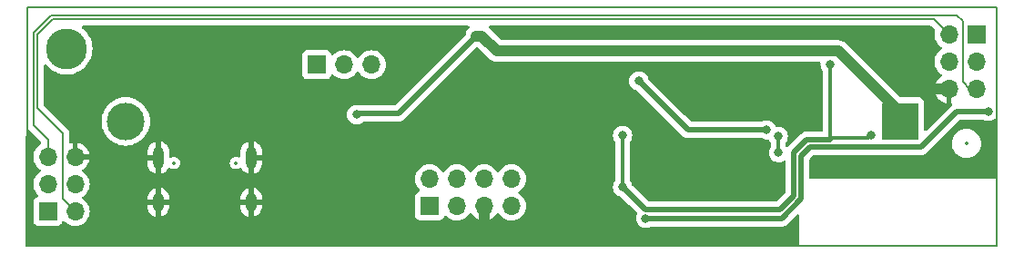
<source format=gbr>
G04 #@! TF.GenerationSoftware,KiCad,Pcbnew,7.0.2-6a45011f42~172~ubuntu22.04.1*
G04 #@! TF.CreationDate,2023-07-06T23:31:07+02:00*
G04 #@! TF.ProjectId,VR-Stick,56522d53-7469-4636-9b2e-6b696361645f,rev?*
G04 #@! TF.SameCoordinates,Original*
G04 #@! TF.FileFunction,Profile,NP*
%FSLAX46Y46*%
G04 Gerber Fmt 4.6, Leading zero omitted, Abs format (unit mm)*
G04 Created by KiCad (PCBNEW 7.0.2-6a45011f42~172~ubuntu22.04.1) date 2023-07-06 23:31:07*
%MOMM*%
%LPD*%
G01*
G04 APERTURE LIST*
G04 #@! TA.AperFunction,Profile*
%ADD10C,0.200000*%
G04 #@! TD*
G04 #@! TA.AperFunction,ComponentPad*
%ADD11R,1.700000X1.700000*%
G04 #@! TD*
G04 #@! TA.AperFunction,ComponentPad*
%ADD12O,1.700000X1.700000*%
G04 #@! TD*
G04 #@! TA.AperFunction,ComponentPad*
%ADD13O,1.000000X2.100000*%
G04 #@! TD*
G04 #@! TA.AperFunction,ComponentPad*
%ADD14O,1.000000X1.800000*%
G04 #@! TD*
G04 #@! TA.AperFunction,ComponentPad*
%ADD15C,2.600000*%
G04 #@! TD*
G04 #@! TA.AperFunction,ConnectorPad*
%ADD16C,3.800000*%
G04 #@! TD*
G04 #@! TA.AperFunction,ComponentPad*
%ADD17R,3.500000X3.500000*%
G04 #@! TD*
G04 #@! TA.AperFunction,ComponentPad*
%ADD18C,3.500000*%
G04 #@! TD*
G04 #@! TA.AperFunction,ViaPad*
%ADD19C,0.800000*%
G04 #@! TD*
G04 #@! TA.AperFunction,Conductor*
%ADD20C,1.000000*%
G04 #@! TD*
G04 #@! TA.AperFunction,Conductor*
%ADD21C,0.500000*%
G04 #@! TD*
G04 #@! TA.AperFunction,Conductor*
%ADD22C,0.320000*%
G04 #@! TD*
G04 #@! TA.AperFunction,Conductor*
%ADD23C,0.200000*%
G04 #@! TD*
%ADD24C,0.350000*%
%ADD25O,0.600000X1.700000*%
%ADD26O,0.600000X1.400000*%
G04 APERTURE END LIST*
D10*
X109220000Y-40044200D02*
X18999200Y-40044200D01*
X19050000Y-19648000D01*
X19050000Y-17743000D01*
X109220000Y-17743000D01*
X109220000Y-40044200D01*
D11*
X45974000Y-23114000D03*
D12*
X48514000Y-23114000D03*
X51054000Y-23114000D03*
D11*
X56464200Y-36310400D03*
D12*
X56464200Y-33770400D03*
X59004200Y-36310400D03*
X59004200Y-33770400D03*
X61544200Y-36310400D03*
X61544200Y-33770400D03*
X64084200Y-36310400D03*
X64084200Y-33770400D03*
D13*
X31240000Y-31783000D03*
D14*
X31240000Y-35963000D03*
D13*
X39880000Y-31783000D03*
D14*
X39880000Y-35963000D03*
D15*
X22707600Y-21629200D03*
D16*
X22707600Y-21629200D03*
D17*
X100203000Y-28411000D03*
D18*
X28203000Y-28411000D03*
D11*
X107315000Y-20283000D03*
D12*
X104775000Y-20283000D03*
X107315000Y-22823000D03*
X104775000Y-22823000D03*
X107315000Y-25363000D03*
X104775000Y-25363000D03*
D11*
X20955000Y-36793000D03*
D12*
X23495000Y-36793000D03*
X20955000Y-34253000D03*
X23495000Y-34253000D03*
X20955000Y-31713000D03*
X23495000Y-31713000D03*
D19*
X92710000Y-32766000D03*
X85598000Y-39116000D03*
X42945657Y-27959657D03*
X96520000Y-32258000D03*
X102285800Y-22797600D03*
X78994000Y-23622000D03*
X90869500Y-24321500D03*
X60344250Y-28448000D03*
X74422000Y-29718000D03*
X74422000Y-34544000D03*
X93731122Y-23108878D03*
X97536000Y-29718000D03*
X88900000Y-29796800D03*
X88925400Y-31327500D03*
X108432600Y-27471200D03*
X76573800Y-37464700D03*
X49691312Y-27778688D03*
X60814500Y-20428500D03*
X75930000Y-24638000D03*
X87799429Y-29198400D03*
D20*
X104775000Y-25363000D02*
X103341000Y-25363000D01*
X61544200Y-38277800D02*
X61468000Y-38354000D01*
X61544200Y-36310400D02*
X61544200Y-38277800D01*
X103341000Y-25363000D02*
X103124000Y-25146000D01*
D21*
X91556451Y-30098600D02*
X90347800Y-31307250D01*
D22*
X93726000Y-23114000D02*
X93731122Y-23108878D01*
X97536000Y-29718000D02*
X97282000Y-29972000D01*
D21*
X90347800Y-31307250D02*
X90347800Y-35345200D01*
X89077800Y-36615200D02*
X76493200Y-36615200D01*
D22*
X93726000Y-30098600D02*
X93726000Y-23114000D01*
X74422000Y-29718000D02*
X74422000Y-34544000D01*
D21*
X74422000Y-34544000D02*
X76493200Y-36615200D01*
D22*
X97282000Y-29972000D02*
X93852600Y-29972000D01*
D21*
X90347800Y-35345200D02*
X89077800Y-36615200D01*
D22*
X93852600Y-29972000D02*
X93726000Y-30098600D01*
D21*
X93726000Y-30098600D02*
X91556451Y-30098600D01*
D22*
X88900000Y-31302100D02*
X88925400Y-31327500D01*
X88900000Y-29796800D02*
X88900000Y-31302100D01*
D21*
X91047800Y-31597200D02*
X91047800Y-35635150D01*
X91846400Y-30798600D02*
X91047800Y-31597200D01*
X91047800Y-35635150D02*
X89218250Y-37464700D01*
X108432600Y-27471200D02*
X105511600Y-27471200D01*
X102184200Y-30798600D02*
X91846400Y-30798600D01*
X105511600Y-27471200D02*
X102184200Y-30798600D01*
X89218250Y-37464700D02*
X76573800Y-37464700D01*
D23*
X103370000Y-18878000D02*
X21427086Y-18878000D01*
X20008800Y-27191800D02*
X22345000Y-29528000D01*
X22345000Y-35643000D02*
X23495000Y-36793000D01*
X104775000Y-20283000D02*
X103370000Y-18878000D01*
X22345000Y-29528000D02*
X22345000Y-35643000D01*
X21427086Y-18878000D02*
X20008800Y-20296286D01*
X20008800Y-20296286D02*
X20008800Y-27191800D01*
X21261400Y-18478000D02*
X105460000Y-18478000D01*
X105460000Y-18478000D02*
X106045000Y-19063000D01*
X19608800Y-28752800D02*
X19608800Y-20130600D01*
X20955000Y-30099000D02*
X19608800Y-28752800D01*
X106680000Y-25363000D02*
X107315000Y-25363000D01*
X20955000Y-31713000D02*
X20955000Y-30099000D01*
X106045000Y-19063000D02*
X106045000Y-24728000D01*
X106045000Y-24728000D02*
X106680000Y-25363000D01*
X19608800Y-20130600D02*
X21261400Y-18478000D01*
D20*
X100203000Y-27559000D02*
X100203000Y-28411000D01*
X94488000Y-21844000D02*
X100203000Y-27559000D01*
D21*
X49691312Y-27778688D02*
X49784000Y-27686000D01*
X53557000Y-27686000D02*
X60814500Y-20428500D01*
D20*
X61322500Y-20428500D02*
X62738000Y-21844000D01*
X62738000Y-21844000D02*
X94488000Y-21844000D01*
D21*
X49784000Y-27686000D02*
X53557000Y-27686000D01*
D20*
X60814500Y-20428500D02*
X61322500Y-20428500D01*
D21*
X79740000Y-28448000D02*
X75930000Y-24638000D01*
X87799429Y-29198400D02*
X80506400Y-29198400D01*
X80506400Y-29198400D02*
X79756000Y-28448000D01*
X79756000Y-28448000D02*
X79740000Y-28448000D01*
G04 #@! TA.AperFunction,Conductor*
G36*
X60117359Y-19498185D02*
G01*
X60163114Y-19550989D01*
X60173058Y-19620147D01*
X60144033Y-19683703D01*
X60131096Y-19696580D01*
X60092132Y-19730031D01*
X60085604Y-19735635D01*
X59961051Y-19896542D01*
X59871440Y-20079227D01*
X59820437Y-20276216D01*
X59818314Y-20318077D01*
X59795259Y-20384034D01*
X59782154Y-20399477D01*
X53282451Y-26899181D01*
X53221128Y-26932666D01*
X53194770Y-26935500D01*
X50037802Y-26935500D01*
X49987365Y-26924779D01*
X49977606Y-26920434D01*
X49971111Y-26917542D01*
X49785960Y-26878188D01*
X49785958Y-26878188D01*
X49596666Y-26878188D01*
X49596664Y-26878188D01*
X49411509Y-26917543D01*
X49238581Y-26994536D01*
X49085441Y-27105798D01*
X48958778Y-27246471D01*
X48864132Y-27410403D01*
X48805638Y-27590430D01*
X48785852Y-27778688D01*
X48805638Y-27966945D01*
X48864132Y-28146972D01*
X48958778Y-28310904D01*
X49085441Y-28451577D01*
X49238581Y-28562839D01*
X49411509Y-28639832D01*
X49596664Y-28679188D01*
X49596666Y-28679188D01*
X49785960Y-28679188D01*
X49909395Y-28652950D01*
X49971115Y-28639832D01*
X50144042Y-28562839D01*
X50285338Y-28460181D01*
X50351144Y-28436702D01*
X50358223Y-28436500D01*
X53493294Y-28436500D01*
X53511264Y-28437809D01*
X53515320Y-28438402D01*
X53535023Y-28441289D01*
X53584368Y-28436972D01*
X53595176Y-28436500D01*
X53597100Y-28436500D01*
X53600709Y-28436500D01*
X53631550Y-28432894D01*
X53635031Y-28432539D01*
X53709797Y-28425999D01*
X53709797Y-28425998D01*
X53711052Y-28425889D01*
X53730062Y-28421674D01*
X53731250Y-28421241D01*
X53731255Y-28421241D01*
X53801820Y-28395557D01*
X53805095Y-28394419D01*
X53876334Y-28370814D01*
X53876336Y-28370812D01*
X53877536Y-28370415D01*
X53895063Y-28361929D01*
X53896112Y-28361238D01*
X53896117Y-28361237D01*
X53958806Y-28320005D01*
X53961798Y-28318099D01*
X54025656Y-28278712D01*
X54025656Y-28278711D01*
X54026729Y-28278050D01*
X54041824Y-28265753D01*
X54042692Y-28264832D01*
X54042696Y-28264830D01*
X54094184Y-28210254D01*
X54096630Y-28207736D01*
X60804044Y-21500323D01*
X60865365Y-21466840D01*
X60935057Y-21471824D01*
X60979404Y-21500325D01*
X62020450Y-22541371D01*
X62022643Y-22543620D01*
X62082940Y-22607052D01*
X62131352Y-22640748D01*
X62138876Y-22646421D01*
X62184594Y-22683699D01*
X62211555Y-22697782D01*
X62224980Y-22705915D01*
X62249951Y-22723295D01*
X62304163Y-22746559D01*
X62312673Y-22750601D01*
X62364951Y-22777909D01*
X62394200Y-22786277D01*
X62408970Y-22791535D01*
X62436942Y-22803540D01*
X62436945Y-22803540D01*
X62436946Y-22803541D01*
X62494726Y-22815414D01*
X62503869Y-22817657D01*
X62560582Y-22833886D01*
X62590920Y-22836196D01*
X62606448Y-22838373D01*
X62636259Y-22844500D01*
X62695244Y-22844500D01*
X62704659Y-22844858D01*
X62708806Y-22845173D01*
X62763476Y-22849337D01*
X62790278Y-22845923D01*
X62793652Y-22845494D01*
X62809317Y-22844500D01*
X92715733Y-22844500D01*
X92782772Y-22864185D01*
X92828527Y-22916989D01*
X92839053Y-22981459D01*
X92829374Y-23073556D01*
X92825662Y-23108877D01*
X92845448Y-23297135D01*
X92903942Y-23477162D01*
X92930593Y-23523322D01*
X92998589Y-23641094D01*
X93033649Y-23680031D01*
X93063879Y-23743022D01*
X93065500Y-23763004D01*
X93065500Y-29224100D01*
X93045815Y-29291139D01*
X92993011Y-29336894D01*
X92941500Y-29348100D01*
X91620157Y-29348100D01*
X91602187Y-29346791D01*
X91588304Y-29344757D01*
X91578428Y-29343311D01*
X91578427Y-29343311D01*
X91529082Y-29347628D01*
X91518275Y-29348100D01*
X91512742Y-29348100D01*
X91509181Y-29348516D01*
X91509166Y-29348517D01*
X91481952Y-29351698D01*
X91478367Y-29352064D01*
X91402412Y-29358709D01*
X91383372Y-29362930D01*
X91311683Y-29389021D01*
X91308282Y-29390203D01*
X91235925Y-29414180D01*
X91218378Y-29422675D01*
X91154672Y-29464575D01*
X91151632Y-29466512D01*
X91086731Y-29506544D01*
X91071616Y-29518856D01*
X91019283Y-29574325D01*
X91016771Y-29576911D01*
X89862162Y-30731519D01*
X89848532Y-30743299D01*
X89829270Y-30757640D01*
X89824830Y-30762932D01*
X89821960Y-30766352D01*
X89763787Y-30805053D01*
X89693927Y-30806160D01*
X89634822Y-30769616D01*
X89592350Y-30722446D01*
X89562120Y-30659455D01*
X89560500Y-30639474D01*
X89560500Y-30456616D01*
X89580185Y-30389577D01*
X89592350Y-30373643D01*
X89593164Y-30372739D01*
X89632533Y-30329016D01*
X89642695Y-30311416D01*
X89727179Y-30165084D01*
X89748651Y-30099000D01*
X89785674Y-29985056D01*
X89805460Y-29796800D01*
X89785674Y-29608544D01*
X89739219Y-29465571D01*
X89727179Y-29428515D01*
X89632533Y-29264583D01*
X89505870Y-29123910D01*
X89352730Y-29012648D01*
X89179802Y-28935655D01*
X88994648Y-28896300D01*
X88994646Y-28896300D01*
X88805354Y-28896300D01*
X88767479Y-28904350D01*
X88697812Y-28899032D01*
X88642079Y-28856895D01*
X88633870Y-28840972D01*
X88633125Y-28841403D01*
X88531962Y-28666183D01*
X88405299Y-28525510D01*
X88252159Y-28414248D01*
X88079231Y-28337255D01*
X87894077Y-28297900D01*
X87894075Y-28297900D01*
X87704783Y-28297900D01*
X87704781Y-28297900D01*
X87519626Y-28337255D01*
X87346700Y-28414247D01*
X87332979Y-28424217D01*
X87267173Y-28447698D01*
X87260092Y-28447900D01*
X80868629Y-28447900D01*
X80801590Y-28428215D01*
X80780948Y-28411581D01*
X80567426Y-28198059D01*
X80331728Y-27962360D01*
X80319946Y-27948727D01*
X80305609Y-27929469D01*
X80267666Y-27897631D01*
X80259691Y-27890323D01*
X80258329Y-27888961D01*
X80255777Y-27886409D01*
X80252947Y-27884171D01*
X80231442Y-27867167D01*
X80228647Y-27864890D01*
X80188569Y-27831261D01*
X80171214Y-27816698D01*
X80171212Y-27816697D01*
X80168222Y-27814188D01*
X80160246Y-27806879D01*
X76842771Y-24489403D01*
X76812521Y-24440040D01*
X76757179Y-24269715D01*
X76662533Y-24105783D01*
X76535870Y-23965110D01*
X76382730Y-23853848D01*
X76209802Y-23776855D01*
X76024648Y-23737500D01*
X76024646Y-23737500D01*
X75835354Y-23737500D01*
X75835352Y-23737500D01*
X75650197Y-23776855D01*
X75477269Y-23853848D01*
X75324129Y-23965110D01*
X75197466Y-24105783D01*
X75102820Y-24269715D01*
X75044326Y-24449742D01*
X75024540Y-24637999D01*
X75044326Y-24826257D01*
X75102820Y-25006284D01*
X75197466Y-25170216D01*
X75324129Y-25310889D01*
X75477269Y-25422151D01*
X75650193Y-25499143D01*
X75650196Y-25499143D01*
X75650197Y-25499144D01*
X75715329Y-25512987D01*
X75776808Y-25546178D01*
X75777228Y-25546596D01*
X79164267Y-28933634D01*
X79176048Y-28947266D01*
X79190389Y-28966529D01*
X79228339Y-28998373D01*
X79236314Y-29005681D01*
X79240224Y-29009591D01*
X79244091Y-29012649D01*
X79264541Y-29028818D01*
X79267304Y-29031069D01*
X79324786Y-29079302D01*
X79327774Y-29081809D01*
X79335749Y-29089117D01*
X79930669Y-29684037D01*
X79942451Y-29697670D01*
X79956790Y-29716931D01*
X79994738Y-29748773D01*
X80002713Y-29756081D01*
X80006623Y-29759991D01*
X80030956Y-29779230D01*
X80033735Y-29781495D01*
X80092152Y-29830513D01*
X80108579Y-29840978D01*
X80177720Y-29873219D01*
X80180967Y-29874791D01*
X80249099Y-29909009D01*
X80267487Y-29915400D01*
X80268723Y-29915655D01*
X80268727Y-29915657D01*
X80342295Y-29930847D01*
X80345642Y-29931589D01*
X80418679Y-29948900D01*
X80418681Y-29948900D01*
X80419909Y-29949191D01*
X80439278Y-29951170D01*
X80440540Y-29951133D01*
X80440544Y-29951134D01*
X80512933Y-29949027D01*
X80515531Y-29948952D01*
X80519137Y-29948900D01*
X87260092Y-29948900D01*
X87327131Y-29968585D01*
X87332979Y-29972583D01*
X87346700Y-29982552D01*
X87519626Y-30059544D01*
X87704781Y-30098900D01*
X87704783Y-30098900D01*
X87894072Y-30098900D01*
X87894075Y-30098900D01*
X87931949Y-30090849D01*
X88001611Y-30096164D01*
X88057346Y-30138299D01*
X88065558Y-30154227D01*
X88066304Y-30153797D01*
X88167464Y-30329013D01*
X88167467Y-30329016D01*
X88197091Y-30361917D01*
X88207650Y-30373643D01*
X88237880Y-30436635D01*
X88239500Y-30456616D01*
X88239500Y-30695893D01*
X88219815Y-30762932D01*
X88207652Y-30778863D01*
X88192866Y-30795284D01*
X88098220Y-30959215D01*
X88039726Y-31139242D01*
X88019940Y-31327500D01*
X88039726Y-31515757D01*
X88098220Y-31695784D01*
X88192866Y-31859716D01*
X88319529Y-32000389D01*
X88472669Y-32111651D01*
X88645597Y-32188644D01*
X88830752Y-32228000D01*
X88830754Y-32228000D01*
X89020048Y-32228000D01*
X89143483Y-32201762D01*
X89205203Y-32188644D01*
X89378130Y-32111651D01*
X89378129Y-32111651D01*
X89400415Y-32095461D01*
X89466221Y-32071981D01*
X89534275Y-32087806D01*
X89582970Y-32137912D01*
X89597300Y-32195779D01*
X89597300Y-34982969D01*
X89577615Y-35050008D01*
X89560981Y-35070650D01*
X88803251Y-35828381D01*
X88741928Y-35861866D01*
X88715570Y-35864700D01*
X76855430Y-35864700D01*
X76788391Y-35845015D01*
X76767749Y-35828381D01*
X75334771Y-34395403D01*
X75304521Y-34346040D01*
X75249179Y-34175715D01*
X75154533Y-34011783D01*
X75114350Y-33967155D01*
X75084120Y-33904163D01*
X75082500Y-33884183D01*
X75082500Y-30377816D01*
X75102185Y-30310777D01*
X75114350Y-30294843D01*
X75154533Y-30250216D01*
X75164478Y-30232992D01*
X75249179Y-30086284D01*
X75274475Y-30008431D01*
X75307674Y-29906256D01*
X75327460Y-29718000D01*
X75307674Y-29529744D01*
X75249179Y-29349716D01*
X75249179Y-29349715D01*
X75154533Y-29185783D01*
X75027870Y-29045110D01*
X74874730Y-28933848D01*
X74701802Y-28856855D01*
X74516648Y-28817500D01*
X74516646Y-28817500D01*
X74327354Y-28817500D01*
X74327352Y-28817500D01*
X74142197Y-28856855D01*
X73969269Y-28933848D01*
X73816129Y-29045110D01*
X73689466Y-29185783D01*
X73594820Y-29349715D01*
X73536326Y-29529742D01*
X73519438Y-29690427D01*
X73516540Y-29718000D01*
X73524167Y-29790570D01*
X73536326Y-29906257D01*
X73594820Y-30086284D01*
X73689464Y-30250213D01*
X73729650Y-30294843D01*
X73759880Y-30357835D01*
X73761500Y-30377816D01*
X73761500Y-33884183D01*
X73741815Y-33951222D01*
X73729650Y-33967155D01*
X73689466Y-34011783D01*
X73594820Y-34175715D01*
X73536326Y-34355742D01*
X73516540Y-34543999D01*
X73536326Y-34732257D01*
X73594820Y-34912284D01*
X73689466Y-35076216D01*
X73816129Y-35216889D01*
X73969269Y-35328151D01*
X74142193Y-35405143D01*
X74142196Y-35405143D01*
X74142197Y-35405144D01*
X74207329Y-35418987D01*
X74268808Y-35452178D01*
X74269228Y-35452596D01*
X75021125Y-36204493D01*
X75740257Y-36923624D01*
X75773742Y-36984947D01*
X75768758Y-37054639D01*
X75759964Y-37073303D01*
X75746621Y-37096414D01*
X75688126Y-37276442D01*
X75668340Y-37464700D01*
X75688126Y-37652957D01*
X75746620Y-37832984D01*
X75841266Y-37996916D01*
X75967929Y-38137589D01*
X76121069Y-38248851D01*
X76293997Y-38325844D01*
X76479152Y-38365200D01*
X76479154Y-38365200D01*
X76668448Y-38365200D01*
X76791883Y-38338962D01*
X76853603Y-38325844D01*
X77026530Y-38248851D01*
X77040249Y-38238883D01*
X77106056Y-38215402D01*
X77113137Y-38215200D01*
X89154544Y-38215200D01*
X89172514Y-38216509D01*
X89176570Y-38217102D01*
X89196273Y-38219989D01*
X89245618Y-38215672D01*
X89256426Y-38215200D01*
X89258350Y-38215200D01*
X89261959Y-38215200D01*
X89292800Y-38211594D01*
X89296281Y-38211239D01*
X89371047Y-38204699D01*
X89371047Y-38204698D01*
X89372302Y-38204589D01*
X89391312Y-38200374D01*
X89392500Y-38199941D01*
X89392505Y-38199941D01*
X89463070Y-38174257D01*
X89466345Y-38173119D01*
X89537584Y-38149514D01*
X89537586Y-38149512D01*
X89538786Y-38149115D01*
X89556313Y-38140629D01*
X89557362Y-38139938D01*
X89557367Y-38139937D01*
X89620056Y-38098705D01*
X89623048Y-38096799D01*
X89686906Y-38057412D01*
X89686906Y-38057411D01*
X89687979Y-38056750D01*
X89703074Y-38044453D01*
X89703942Y-38043532D01*
X89703946Y-38043530D01*
X89755435Y-37988953D01*
X89757881Y-37986435D01*
X90650504Y-37093811D01*
X90711822Y-37060330D01*
X90781513Y-37065314D01*
X90837447Y-37107185D01*
X90861864Y-37172650D01*
X90862154Y-37184041D01*
X90807493Y-39846545D01*
X90786436Y-39913166D01*
X90732704Y-39957828D01*
X90683519Y-39968000D01*
X19148755Y-39968000D01*
X19081716Y-39948315D01*
X19035961Y-39895511D01*
X19024755Y-39843845D01*
X19037897Y-29330334D01*
X19057664Y-29263323D01*
X19110526Y-29217634D01*
X19179696Y-29207777D01*
X19243216Y-29236882D01*
X19249577Y-29242812D01*
X20318181Y-30311416D01*
X20351666Y-30372739D01*
X20354500Y-30399097D01*
X20354500Y-30423909D01*
X20334815Y-30490948D01*
X20282907Y-30536290D01*
X20277171Y-30538964D01*
X20083598Y-30674505D01*
X19916505Y-30841598D01*
X19780965Y-31035170D01*
X19681097Y-31249336D01*
X19619936Y-31477592D01*
X19599340Y-31712999D01*
X19619936Y-31948407D01*
X19633865Y-32000389D01*
X19681097Y-32176663D01*
X19780965Y-32390830D01*
X19916505Y-32584401D01*
X20083599Y-32751495D01*
X20269160Y-32881426D01*
X20312783Y-32936002D01*
X20319976Y-33005501D01*
X20288454Y-33067855D01*
X20269159Y-33084575D01*
X20083595Y-33214508D01*
X19916505Y-33381598D01*
X19780965Y-33575170D01*
X19681097Y-33789336D01*
X19619936Y-34017592D01*
X19599340Y-34253000D01*
X19619936Y-34488407D01*
X19648432Y-34594754D01*
X19681097Y-34716663D01*
X19780965Y-34930830D01*
X19916505Y-35124401D01*
X19916508Y-35124404D01*
X20038430Y-35246326D01*
X20071915Y-35307649D01*
X20066931Y-35377341D01*
X20025059Y-35433274D01*
X19994083Y-35450189D01*
X19862669Y-35499204D01*
X19747454Y-35585454D01*
X19661204Y-35700668D01*
X19610909Y-35835516D01*
X19605541Y-35885448D01*
X19604500Y-35895127D01*
X19604500Y-35898448D01*
X19604500Y-35898449D01*
X19604500Y-37687560D01*
X19604500Y-37687578D01*
X19604501Y-37690872D01*
X19604853Y-37694152D01*
X19604854Y-37694159D01*
X19610909Y-37750484D01*
X19636056Y-37817907D01*
X19661204Y-37885331D01*
X19747454Y-38000546D01*
X19862669Y-38086796D01*
X19997517Y-38137091D01*
X20057127Y-38143500D01*
X21852872Y-38143499D01*
X21912483Y-38137091D01*
X22047331Y-38086796D01*
X22162546Y-38000546D01*
X22248796Y-37885331D01*
X22297810Y-37753916D01*
X22339681Y-37697983D01*
X22405146Y-37673566D01*
X22473419Y-37688418D01*
X22501673Y-37709569D01*
X22623599Y-37831495D01*
X22817170Y-37967035D01*
X23031337Y-38066903D01*
X23259591Y-38128062D01*
X23259592Y-38128063D01*
X23494999Y-38148659D01*
X23494999Y-38148658D01*
X23495000Y-38148659D01*
X23730408Y-38128063D01*
X23958663Y-38066903D01*
X24172830Y-37967035D01*
X24366401Y-37831495D01*
X24533495Y-37664401D01*
X24669035Y-37470830D01*
X24768903Y-37256663D01*
X24830063Y-37028408D01*
X24850659Y-36793000D01*
X24830063Y-36557592D01*
X24790669Y-36410570D01*
X30240000Y-36410570D01*
X30240317Y-36416835D01*
X30255419Y-36565339D01*
X30316303Y-36759389D01*
X30415003Y-36937214D01*
X30547479Y-37091531D01*
X30708307Y-37216021D01*
X30890902Y-37305587D01*
X30990000Y-37331244D01*
X30990000Y-36529110D01*
X31014457Y-36568610D01*
X31103962Y-36636201D01*
X31211840Y-36666895D01*
X31323521Y-36656546D01*
X31423922Y-36606552D01*
X31489999Y-36534069D01*
X31490000Y-37336366D01*
X31491947Y-37336068D01*
X31682663Y-37265436D01*
X31855263Y-37157854D01*
X32002669Y-37017733D01*
X32118855Y-36850805D01*
X32199059Y-36663907D01*
X32240000Y-36464688D01*
X32240000Y-36410570D01*
X38880000Y-36410570D01*
X38880317Y-36416835D01*
X38895419Y-36565339D01*
X38956303Y-36759389D01*
X39055003Y-36937214D01*
X39187479Y-37091531D01*
X39348307Y-37216021D01*
X39530902Y-37305587D01*
X39630000Y-37331244D01*
X39630000Y-36529110D01*
X39654457Y-36568610D01*
X39743962Y-36636201D01*
X39851840Y-36666895D01*
X39963521Y-36656546D01*
X40063922Y-36606552D01*
X40130000Y-36534069D01*
X40130000Y-37336366D01*
X40131947Y-37336068D01*
X40322663Y-37265436D01*
X40495263Y-37157854D01*
X40642669Y-37017733D01*
X40758855Y-36850805D01*
X40839059Y-36663907D01*
X40880000Y-36464688D01*
X40880000Y-36213000D01*
X40180000Y-36213000D01*
X40180000Y-35713000D01*
X40880000Y-35713000D01*
X40880000Y-35515429D01*
X40879682Y-35509164D01*
X40864580Y-35360660D01*
X40803696Y-35166610D01*
X40704996Y-34988785D01*
X40572520Y-34834468D01*
X40411692Y-34709978D01*
X40229094Y-34620410D01*
X40130000Y-34594753D01*
X40130000Y-35396889D01*
X40105543Y-35357390D01*
X40016038Y-35289799D01*
X39908160Y-35259105D01*
X39796479Y-35269454D01*
X39696078Y-35319448D01*
X39630000Y-35391930D01*
X39630000Y-34589633D01*
X39628051Y-34589932D01*
X39437336Y-34660564D01*
X39264736Y-34768145D01*
X39117330Y-34908266D01*
X39001144Y-35075194D01*
X38920940Y-35262092D01*
X38880000Y-35461311D01*
X38880000Y-35713000D01*
X39580000Y-35713000D01*
X39580000Y-36213000D01*
X38880000Y-36213000D01*
X38880000Y-36410570D01*
X32240000Y-36410570D01*
X32240000Y-36213000D01*
X31540000Y-36213000D01*
X31540000Y-35713000D01*
X32240000Y-35713000D01*
X32240000Y-35515429D01*
X32239682Y-35509164D01*
X32224580Y-35360660D01*
X32163696Y-35166610D01*
X32064996Y-34988785D01*
X31932520Y-34834468D01*
X31771692Y-34709978D01*
X31589099Y-34620413D01*
X31489999Y-34594754D01*
X31489999Y-35396887D01*
X31465543Y-35357390D01*
X31376038Y-35289799D01*
X31268160Y-35259105D01*
X31156479Y-35269454D01*
X31056078Y-35319448D01*
X30990000Y-35391930D01*
X30990000Y-34589633D01*
X30988051Y-34589932D01*
X30797336Y-34660564D01*
X30624736Y-34768145D01*
X30477330Y-34908266D01*
X30361144Y-35075194D01*
X30280940Y-35262092D01*
X30240000Y-35461311D01*
X30240000Y-35713000D01*
X30940000Y-35713000D01*
X30940000Y-36213000D01*
X30240000Y-36213000D01*
X30240000Y-36410570D01*
X24790669Y-36410570D01*
X24768903Y-36329337D01*
X24669035Y-36115171D01*
X24533495Y-35921599D01*
X24366401Y-35754505D01*
X24180839Y-35624573D01*
X24137216Y-35569998D01*
X24130022Y-35500500D01*
X24161545Y-35438145D01*
X24180837Y-35421428D01*
X24366401Y-35291495D01*
X24533495Y-35124401D01*
X24669035Y-34930830D01*
X24768903Y-34716663D01*
X24830063Y-34488408D01*
X24850659Y-34253000D01*
X24830063Y-34017592D01*
X24768903Y-33789337D01*
X24760072Y-33770400D01*
X55108540Y-33770400D01*
X55129136Y-34005807D01*
X55130738Y-34011784D01*
X55190297Y-34234063D01*
X55290165Y-34448230D01*
X55425705Y-34641801D01*
X55425708Y-34641804D01*
X55547630Y-34763726D01*
X55581115Y-34825049D01*
X55576131Y-34894741D01*
X55534259Y-34950674D01*
X55503283Y-34967589D01*
X55371869Y-35016604D01*
X55256654Y-35102854D01*
X55170404Y-35218068D01*
X55120109Y-35352916D01*
X55119277Y-35360660D01*
X55113700Y-35412527D01*
X55113700Y-35415848D01*
X55113700Y-35415849D01*
X55113700Y-37204960D01*
X55113700Y-37204978D01*
X55113701Y-37208272D01*
X55114053Y-37211552D01*
X55114054Y-37211559D01*
X55120109Y-37267884D01*
X55123301Y-37276442D01*
X55170404Y-37402731D01*
X55256654Y-37517946D01*
X55371869Y-37604196D01*
X55506717Y-37654491D01*
X55566327Y-37660900D01*
X57362072Y-37660899D01*
X57421683Y-37654491D01*
X57556531Y-37604196D01*
X57671746Y-37517946D01*
X57757996Y-37402731D01*
X57807010Y-37271316D01*
X57848881Y-37215383D01*
X57914346Y-37190966D01*
X57982619Y-37205818D01*
X58010873Y-37226969D01*
X58132799Y-37348895D01*
X58326370Y-37484435D01*
X58540537Y-37584303D01*
X58768792Y-37645463D01*
X59004200Y-37666059D01*
X59239608Y-37645463D01*
X59467863Y-37584303D01*
X59682030Y-37484435D01*
X59875601Y-37348895D01*
X60042695Y-37181801D01*
X60172932Y-36995803D01*
X60227507Y-36952180D01*
X60297005Y-36944986D01*
X60359360Y-36976509D01*
X60376080Y-36995804D01*
X60506093Y-37181481D01*
X60673118Y-37348506D01*
X60866623Y-37484000D01*
X61080709Y-37583830D01*
X61294200Y-37641034D01*
X61294199Y-36745901D01*
X61401885Y-36795080D01*
X61508437Y-36810400D01*
X61579963Y-36810400D01*
X61686515Y-36795080D01*
X61794200Y-36745901D01*
X61794200Y-37641033D01*
X62007690Y-37583830D01*
X62221776Y-37484000D01*
X62415281Y-37348506D01*
X62582309Y-37181478D01*
X62712319Y-36995805D01*
X62766896Y-36952180D01*
X62836394Y-36944986D01*
X62898749Y-36976509D01*
X62915465Y-36995800D01*
X63045705Y-37181801D01*
X63212799Y-37348895D01*
X63406370Y-37484435D01*
X63620537Y-37584303D01*
X63832259Y-37641033D01*
X63848792Y-37645463D01*
X64084199Y-37666059D01*
X64084199Y-37666058D01*
X64084200Y-37666059D01*
X64319608Y-37645463D01*
X64547863Y-37584303D01*
X64762030Y-37484435D01*
X64955601Y-37348895D01*
X65122695Y-37181801D01*
X65258235Y-36988230D01*
X65358103Y-36774063D01*
X65419263Y-36545808D01*
X65439859Y-36310400D01*
X65419263Y-36074992D01*
X65358103Y-35846737D01*
X65258235Y-35632571D01*
X65122695Y-35438999D01*
X64955601Y-35271905D01*
X64770039Y-35141973D01*
X64726415Y-35087397D01*
X64719223Y-35017898D01*
X64750745Y-34955544D01*
X64770031Y-34938832D01*
X64955601Y-34808895D01*
X65122695Y-34641801D01*
X65258235Y-34448230D01*
X65358103Y-34234063D01*
X65419263Y-34005808D01*
X65439859Y-33770400D01*
X65419263Y-33534992D01*
X65358103Y-33306737D01*
X65258235Y-33092571D01*
X65122695Y-32898999D01*
X64955601Y-32731905D01*
X64762030Y-32596365D01*
X64547863Y-32496497D01*
X64486701Y-32480109D01*
X64319607Y-32435336D01*
X64084199Y-32414740D01*
X63848792Y-32435336D01*
X63620536Y-32496497D01*
X63406370Y-32596365D01*
X63212798Y-32731905D01*
X63045705Y-32898998D01*
X62915775Y-33084559D01*
X62861198Y-33128184D01*
X62791700Y-33135378D01*
X62729345Y-33103855D01*
X62712625Y-33084559D01*
X62625543Y-32960193D01*
X62582695Y-32898999D01*
X62415601Y-32731905D01*
X62222030Y-32596365D01*
X62007863Y-32496497D01*
X61946702Y-32480109D01*
X61779607Y-32435336D01*
X61544200Y-32414740D01*
X61308792Y-32435336D01*
X61080536Y-32496497D01*
X60866370Y-32596365D01*
X60672798Y-32731905D01*
X60505705Y-32898998D01*
X60375775Y-33084559D01*
X60321198Y-33128184D01*
X60251700Y-33135378D01*
X60189345Y-33103855D01*
X60172625Y-33084559D01*
X60085543Y-32960193D01*
X60042695Y-32898999D01*
X59875601Y-32731905D01*
X59682030Y-32596365D01*
X59467863Y-32496497D01*
X59406702Y-32480109D01*
X59239607Y-32435336D01*
X59004199Y-32414740D01*
X58768792Y-32435336D01*
X58540536Y-32496497D01*
X58326370Y-32596365D01*
X58132798Y-32731905D01*
X57965705Y-32898998D01*
X57835775Y-33084559D01*
X57781198Y-33128184D01*
X57711700Y-33135378D01*
X57649345Y-33103855D01*
X57632625Y-33084559D01*
X57545543Y-32960193D01*
X57502695Y-32898999D01*
X57335601Y-32731905D01*
X57142030Y-32596365D01*
X56927863Y-32496497D01*
X56866701Y-32480109D01*
X56699607Y-32435336D01*
X56464200Y-32414740D01*
X56228792Y-32435336D01*
X56000536Y-32496497D01*
X55786370Y-32596365D01*
X55592798Y-32731905D01*
X55425705Y-32898998D01*
X55290165Y-33092570D01*
X55190297Y-33306736D01*
X55129136Y-33534992D01*
X55108540Y-33770400D01*
X24760072Y-33770400D01*
X24669035Y-33575171D01*
X24533495Y-33381599D01*
X24366401Y-33214505D01*
X24180402Y-33084267D01*
X24136780Y-33029692D01*
X24129587Y-32960193D01*
X24161109Y-32897839D01*
X24180405Y-32881119D01*
X24366078Y-32751109D01*
X24533106Y-32584081D01*
X24668600Y-32390576D01*
X24673266Y-32380570D01*
X30240000Y-32380570D01*
X30240317Y-32386835D01*
X30255419Y-32535339D01*
X30316303Y-32729389D01*
X30415003Y-32907214D01*
X30547479Y-33061531D01*
X30708307Y-33186021D01*
X30890902Y-33275587D01*
X30990000Y-33301244D01*
X30989999Y-32499110D01*
X31014457Y-32538610D01*
X31103962Y-32606201D01*
X31211840Y-32636895D01*
X31323521Y-32626546D01*
X31423922Y-32576552D01*
X31490000Y-32504069D01*
X31490000Y-33306366D01*
X31491947Y-33306068D01*
X31682663Y-33235436D01*
X31855263Y-33127854D01*
X32002669Y-32987733D01*
X32118856Y-32820804D01*
X32131922Y-32790357D01*
X32176448Y-32736513D01*
X32243016Y-32715289D01*
X32310491Y-32733424D01*
X32321353Y-32740875D01*
X32379767Y-32785698D01*
X32519764Y-32843687D01*
X32632280Y-32858500D01*
X32636333Y-32858500D01*
X32703667Y-32858500D01*
X32707720Y-32858500D01*
X32820236Y-32843687D01*
X32960233Y-32785698D01*
X33080451Y-32693451D01*
X33172698Y-32573233D01*
X33230687Y-32433236D01*
X33250466Y-32283000D01*
X33250466Y-32282999D01*
X37869533Y-32282999D01*
X37889312Y-32433235D01*
X37947301Y-32573231D01*
X37947302Y-32573233D01*
X38039549Y-32693451D01*
X38159767Y-32785698D01*
X38299764Y-32843687D01*
X38412280Y-32858500D01*
X38416333Y-32858500D01*
X38483667Y-32858500D01*
X38487720Y-32858500D01*
X38600236Y-32843687D01*
X38740233Y-32785698D01*
X38799579Y-32740159D01*
X38864745Y-32714966D01*
X38933190Y-32729004D01*
X38983181Y-32777817D01*
X38983483Y-32778359D01*
X39055003Y-32907214D01*
X39187479Y-33061531D01*
X39348307Y-33186021D01*
X39530902Y-33275587D01*
X39630000Y-33301244D01*
X39630000Y-32499110D01*
X39654457Y-32538610D01*
X39743962Y-32606201D01*
X39851840Y-32636895D01*
X39963521Y-32626546D01*
X40063922Y-32576552D01*
X40130000Y-32504069D01*
X40130000Y-33306366D01*
X40131947Y-33306068D01*
X40322663Y-33235436D01*
X40495263Y-33127854D01*
X40642669Y-32987733D01*
X40758855Y-32820805D01*
X40839059Y-32633907D01*
X40880000Y-32434688D01*
X40880000Y-32033000D01*
X40180000Y-32033000D01*
X40180000Y-31533000D01*
X40880000Y-31533000D01*
X40880000Y-31185429D01*
X40879682Y-31179164D01*
X40864580Y-31030660D01*
X40803696Y-30836610D01*
X40704996Y-30658785D01*
X40572520Y-30504468D01*
X40411692Y-30379978D01*
X40229094Y-30290410D01*
X40130000Y-30264753D01*
X40130000Y-31066889D01*
X40105543Y-31027390D01*
X40016038Y-30959799D01*
X39908160Y-30929105D01*
X39796479Y-30939454D01*
X39696078Y-30989448D01*
X39630000Y-31061930D01*
X39630000Y-30259633D01*
X39628051Y-30259932D01*
X39437336Y-30330564D01*
X39264736Y-30438145D01*
X39117330Y-30578266D01*
X39001144Y-30745194D01*
X38920940Y-30932092D01*
X38880000Y-31131311D01*
X38880000Y-31652616D01*
X38860315Y-31719655D01*
X38807511Y-31765410D01*
X38738353Y-31775354D01*
X38708547Y-31767177D01*
X38651074Y-31743371D01*
X38600236Y-31722313D01*
X38529489Y-31712999D01*
X38491739Y-31708029D01*
X38491737Y-31708028D01*
X38487720Y-31707500D01*
X38412280Y-31707500D01*
X38408263Y-31708028D01*
X38408260Y-31708029D01*
X38299764Y-31722313D01*
X38159768Y-31780301D01*
X38039549Y-31872549D01*
X37947301Y-31992768D01*
X37889312Y-32132764D01*
X37869533Y-32282999D01*
X33250466Y-32282999D01*
X33230687Y-32132764D01*
X33172698Y-31992767D01*
X33080451Y-31872549D01*
X32960233Y-31780302D01*
X32946578Y-31774646D01*
X32871074Y-31743371D01*
X32820236Y-31722313D01*
X32749489Y-31712999D01*
X32711739Y-31708029D01*
X32711737Y-31708028D01*
X32707720Y-31707500D01*
X32632280Y-31707500D01*
X32628263Y-31708028D01*
X32628260Y-31708029D01*
X32519762Y-31722313D01*
X32411451Y-31767177D01*
X32341982Y-31774646D01*
X32279503Y-31743371D01*
X32243851Y-31683282D01*
X32239999Y-31652616D01*
X32239999Y-31185429D01*
X32239682Y-31179164D01*
X32224580Y-31030660D01*
X32163696Y-30836610D01*
X32064996Y-30658785D01*
X31932520Y-30504468D01*
X31771692Y-30379978D01*
X31589094Y-30290410D01*
X31490000Y-30264753D01*
X31489999Y-31066889D01*
X31465543Y-31027390D01*
X31376038Y-30959799D01*
X31268160Y-30929105D01*
X31156479Y-30939454D01*
X31056078Y-30989448D01*
X30989999Y-31061931D01*
X30989999Y-30259633D01*
X30988051Y-30259932D01*
X30797336Y-30330564D01*
X30624736Y-30438145D01*
X30477330Y-30578266D01*
X30361144Y-30745194D01*
X30280940Y-30932092D01*
X30240000Y-31131311D01*
X30240000Y-31533000D01*
X30940000Y-31533000D01*
X30940000Y-32033000D01*
X30240000Y-32033000D01*
X30240000Y-32380570D01*
X24673266Y-32380570D01*
X24768430Y-32176492D01*
X24825636Y-31963000D01*
X23928686Y-31963000D01*
X23954493Y-31922844D01*
X23995000Y-31784889D01*
X23995000Y-31641111D01*
X23954493Y-31503156D01*
X23928686Y-31463000D01*
X24825636Y-31463000D01*
X24825635Y-31462999D01*
X24768430Y-31249507D01*
X24668599Y-31035421D01*
X24533109Y-30841921D01*
X24366081Y-30674893D01*
X24172576Y-30539399D01*
X23958492Y-30439569D01*
X23745000Y-30382364D01*
X23745000Y-31277498D01*
X23637315Y-31228320D01*
X23530763Y-31213000D01*
X23459237Y-31213000D01*
X23352685Y-31228320D01*
X23245000Y-31277498D01*
X23245000Y-30382364D01*
X23244999Y-30382364D01*
X23101594Y-30420790D01*
X23031744Y-30419127D01*
X22973881Y-30379965D01*
X22946377Y-30315736D01*
X22945500Y-30301015D01*
X22945500Y-29575487D01*
X22946561Y-29559301D01*
X22950682Y-29527999D01*
X22942332Y-29464575D01*
X22930044Y-29371238D01*
X22869536Y-29225159D01*
X22845816Y-29194247D01*
X22773282Y-29099718D01*
X22759466Y-29089117D01*
X22748229Y-29080494D01*
X22736034Y-29069799D01*
X22077235Y-28411000D01*
X25947671Y-28411000D01*
X25947937Y-28415058D01*
X25962669Y-28639832D01*
X25966966Y-28705380D01*
X25967757Y-28709361D01*
X25967758Y-28709362D01*
X26023726Y-28990738D01*
X26023728Y-28990745D01*
X26024519Y-28994722D01*
X26025819Y-28998553D01*
X26025823Y-28998566D01*
X26118042Y-29270230D01*
X26119348Y-29274077D01*
X26121141Y-29277713D01*
X26121144Y-29277720D01*
X26248032Y-29535025D01*
X26248038Y-29535036D01*
X26249828Y-29538665D01*
X26252079Y-29542034D01*
X26252082Y-29542039D01*
X26397713Y-29759991D01*
X26413727Y-29783957D01*
X26608242Y-30005758D01*
X26830043Y-30200273D01*
X27075335Y-30364172D01*
X27078968Y-30365963D01*
X27078974Y-30365967D01*
X27228225Y-30439569D01*
X27339923Y-30494652D01*
X27539992Y-30562566D01*
X27615433Y-30588176D01*
X27615435Y-30588176D01*
X27619278Y-30589481D01*
X27908620Y-30647034D01*
X28203000Y-30666329D01*
X28497380Y-30647034D01*
X28786722Y-30589481D01*
X29066077Y-30494652D01*
X29330665Y-30364172D01*
X29575957Y-30200273D01*
X29797758Y-30005758D01*
X29992273Y-29783957D01*
X30156172Y-29538665D01*
X30286652Y-29274077D01*
X30381481Y-28994722D01*
X30439034Y-28705380D01*
X30458329Y-28411000D01*
X30439034Y-28116620D01*
X30381481Y-27827278D01*
X30374556Y-27806879D01*
X30354566Y-27747992D01*
X30286652Y-27547923D01*
X30156172Y-27283336D01*
X29992273Y-27038043D01*
X29797758Y-26816242D01*
X29575957Y-26621727D01*
X29473871Y-26553515D01*
X29334039Y-26460082D01*
X29334034Y-26460079D01*
X29330665Y-26457828D01*
X29327036Y-26456038D01*
X29327025Y-26456032D01*
X29069720Y-26329144D01*
X29069713Y-26329141D01*
X29066077Y-26327348D01*
X29062230Y-26326042D01*
X28790566Y-26233823D01*
X28790553Y-26233819D01*
X28786722Y-26232519D01*
X28782745Y-26231728D01*
X28782738Y-26231726D01*
X28501362Y-26175758D01*
X28501361Y-26175757D01*
X28497380Y-26174966D01*
X28493330Y-26174700D01*
X28493326Y-26174700D01*
X28207058Y-26155937D01*
X28203000Y-26155671D01*
X28198942Y-26155937D01*
X27912673Y-26174700D01*
X27912667Y-26174700D01*
X27908620Y-26174966D01*
X27904640Y-26175757D01*
X27904637Y-26175758D01*
X27623261Y-26231726D01*
X27623250Y-26231728D01*
X27619278Y-26232519D01*
X27615449Y-26233818D01*
X27615433Y-26233823D01*
X27343769Y-26326042D01*
X27343762Y-26326044D01*
X27339923Y-26327348D01*
X27336286Y-26329141D01*
X27336280Y-26329144D01*
X27078976Y-26456032D01*
X27078964Y-26456038D01*
X27075336Y-26457828D01*
X27071973Y-26460075D01*
X27071961Y-26460082D01*
X26833424Y-26619467D01*
X26833414Y-26619473D01*
X26830043Y-26621727D01*
X26826992Y-26624402D01*
X26826985Y-26624408D01*
X26611290Y-26813568D01*
X26611282Y-26813575D01*
X26608242Y-26816242D01*
X26605575Y-26819282D01*
X26605568Y-26819290D01*
X26416408Y-27034985D01*
X26416402Y-27034992D01*
X26413727Y-27038043D01*
X26411473Y-27041414D01*
X26411467Y-27041424D01*
X26252082Y-27279961D01*
X26252075Y-27279973D01*
X26249828Y-27283336D01*
X26248038Y-27286964D01*
X26248032Y-27286976D01*
X26121144Y-27544280D01*
X26121141Y-27544286D01*
X26119348Y-27547923D01*
X26118044Y-27551762D01*
X26118042Y-27551769D01*
X26025823Y-27823433D01*
X26025818Y-27823449D01*
X26024519Y-27827278D01*
X26023728Y-27831250D01*
X26023726Y-27831261D01*
X25989483Y-28003416D01*
X25966966Y-28116620D01*
X25966700Y-28120667D01*
X25966700Y-28120673D01*
X25950933Y-28361237D01*
X25947671Y-28411000D01*
X22077235Y-28411000D01*
X20645619Y-26979384D01*
X20612134Y-26918061D01*
X20609300Y-26891703D01*
X20609300Y-23203154D01*
X20628985Y-23136115D01*
X20681789Y-23090360D01*
X20750947Y-23080416D01*
X20814503Y-23109441D01*
X20828843Y-23124112D01*
X20954251Y-23275704D01*
X21174438Y-23482474D01*
X21418805Y-23660016D01*
X21683496Y-23805532D01*
X21964338Y-23916725D01*
X22256902Y-23991842D01*
X22556573Y-24029700D01*
X22560467Y-24029700D01*
X22854733Y-24029700D01*
X22858627Y-24029700D01*
X23025822Y-24008578D01*
X44623500Y-24008578D01*
X44623501Y-24011872D01*
X44623853Y-24015152D01*
X44623854Y-24015159D01*
X44629909Y-24071484D01*
X44637934Y-24093000D01*
X44680204Y-24206331D01*
X44766454Y-24321546D01*
X44881669Y-24407796D01*
X45016517Y-24458091D01*
X45076127Y-24464500D01*
X46871872Y-24464499D01*
X46931483Y-24458091D01*
X47066331Y-24407796D01*
X47181546Y-24321546D01*
X47267796Y-24206331D01*
X47316810Y-24074916D01*
X47358681Y-24018983D01*
X47424146Y-23994566D01*
X47492419Y-24009418D01*
X47520673Y-24030569D01*
X47642599Y-24152495D01*
X47836170Y-24288035D01*
X48050337Y-24387903D01*
X48278592Y-24449063D01*
X48514000Y-24469659D01*
X48749408Y-24449063D01*
X48977663Y-24387903D01*
X49191830Y-24288035D01*
X49385401Y-24152495D01*
X49552495Y-23985401D01*
X49682426Y-23799839D01*
X49737002Y-23756216D01*
X49806500Y-23749022D01*
X49868855Y-23780545D01*
X49885571Y-23799837D01*
X50015505Y-23985401D01*
X50182599Y-24152495D01*
X50376170Y-24288035D01*
X50590337Y-24387903D01*
X50818592Y-24449063D01*
X51054000Y-24469659D01*
X51289408Y-24449063D01*
X51517663Y-24387903D01*
X51731830Y-24288035D01*
X51925401Y-24152495D01*
X52092495Y-23985401D01*
X52228035Y-23791830D01*
X52327903Y-23577663D01*
X52389063Y-23349408D01*
X52409659Y-23114000D01*
X52389063Y-22878592D01*
X52327903Y-22650337D01*
X52228035Y-22436171D01*
X52092495Y-22242599D01*
X51925401Y-22075505D01*
X51731830Y-21939965D01*
X51517663Y-21840097D01*
X51456501Y-21823709D01*
X51289407Y-21778936D01*
X51054000Y-21758340D01*
X50818592Y-21778936D01*
X50590336Y-21840097D01*
X50376170Y-21939965D01*
X50182598Y-22075505D01*
X50015508Y-22242595D01*
X49885574Y-22428160D01*
X49830997Y-22471785D01*
X49761498Y-22478977D01*
X49699144Y-22447455D01*
X49682429Y-22428164D01*
X49552495Y-22242599D01*
X49385401Y-22075505D01*
X49191830Y-21939965D01*
X48977663Y-21840097D01*
X48916502Y-21823709D01*
X48749407Y-21778936D01*
X48514000Y-21758340D01*
X48278592Y-21778936D01*
X48050336Y-21840097D01*
X47836170Y-21939965D01*
X47642601Y-22075503D01*
X47520673Y-22197431D01*
X47459350Y-22230915D01*
X47389658Y-22225931D01*
X47333725Y-22184059D01*
X47316810Y-22153082D01*
X47309658Y-22133907D01*
X47267796Y-22021669D01*
X47181546Y-21906454D01*
X47066331Y-21820204D01*
X46931483Y-21769909D01*
X46871873Y-21763500D01*
X46868550Y-21763500D01*
X45079439Y-21763500D01*
X45079420Y-21763500D01*
X45076128Y-21763501D01*
X45072848Y-21763853D01*
X45072840Y-21763854D01*
X45016515Y-21769909D01*
X44881669Y-21820204D01*
X44766454Y-21906454D01*
X44680204Y-22021668D01*
X44634141Y-22145171D01*
X44629909Y-22156517D01*
X44623500Y-22216127D01*
X44623500Y-22219448D01*
X44623500Y-22219449D01*
X44623500Y-24008560D01*
X44623500Y-24008578D01*
X23025822Y-24008578D01*
X23158298Y-23991842D01*
X23450862Y-23916725D01*
X23731704Y-23805532D01*
X23996395Y-23660016D01*
X24240762Y-23482474D01*
X24460949Y-23275704D01*
X24653485Y-23042968D01*
X24815333Y-22787936D01*
X24943941Y-22514630D01*
X25037281Y-22227360D01*
X25093880Y-21930657D01*
X25112846Y-21629200D01*
X25093880Y-21327743D01*
X25037281Y-21031040D01*
X24943941Y-20743770D01*
X24815333Y-20470464D01*
X24748870Y-20365735D01*
X24655575Y-20218725D01*
X24655573Y-20218722D01*
X24653485Y-20215432D01*
X24460949Y-19982696D01*
X24240762Y-19775926D01*
X24140137Y-19702818D01*
X24097471Y-19647488D01*
X24091492Y-19577875D01*
X24124097Y-19516080D01*
X24184936Y-19481723D01*
X24213022Y-19478500D01*
X60050320Y-19478500D01*
X60117359Y-19498185D01*
G37*
G04 #@! TD.AperFunction*
G04 #@! TA.AperFunction,Conductor*
G36*
X103136942Y-19498185D02*
G01*
X103157584Y-19514819D01*
X103442233Y-19799468D01*
X103475718Y-19860791D01*
X103474327Y-19919242D01*
X103439936Y-20047592D01*
X103419340Y-20283000D01*
X103439936Y-20518407D01*
X103484709Y-20685502D01*
X103501097Y-20746663D01*
X103600965Y-20960830D01*
X103736505Y-21154401D01*
X103903599Y-21321495D01*
X104089160Y-21451426D01*
X104132783Y-21506002D01*
X104139976Y-21575501D01*
X104108454Y-21637855D01*
X104089158Y-21654575D01*
X103911553Y-21778936D01*
X103903595Y-21784508D01*
X103736505Y-21951598D01*
X103600965Y-22145170D01*
X103501097Y-22359336D01*
X103439936Y-22587592D01*
X103419340Y-22822999D01*
X103439936Y-23058407D01*
X103457542Y-23124113D01*
X103501097Y-23286663D01*
X103600965Y-23500830D01*
X103736505Y-23694401D01*
X103903599Y-23861495D01*
X104089596Y-23991732D01*
X104133219Y-24046307D01*
X104140412Y-24115806D01*
X104108890Y-24178160D01*
X104089595Y-24194880D01*
X103903919Y-24324892D01*
X103736890Y-24491921D01*
X103601400Y-24685421D01*
X103501569Y-24899507D01*
X103444364Y-25112999D01*
X103444364Y-25113000D01*
X104341314Y-25113000D01*
X104315507Y-25153156D01*
X104275000Y-25291111D01*
X104275000Y-25434889D01*
X104315507Y-25572844D01*
X104341314Y-25613000D01*
X103444364Y-25613000D01*
X103501569Y-25826492D01*
X103601399Y-26040576D01*
X103736893Y-26234081D01*
X103903918Y-26401106D01*
X104097423Y-26536600D01*
X104311509Y-26636430D01*
X104525000Y-26693634D01*
X104525000Y-25798501D01*
X104632685Y-25847680D01*
X104739237Y-25863000D01*
X104810763Y-25863000D01*
X104917315Y-25847680D01*
X105025000Y-25798501D01*
X105025000Y-26693634D01*
X105026533Y-26694811D01*
X105067736Y-26751238D01*
X105071891Y-26820984D01*
X105037679Y-26881905D01*
X105029770Y-26888271D01*
X104974448Y-26946908D01*
X104971936Y-26949494D01*
X102665180Y-29256250D01*
X102603857Y-29289735D01*
X102534165Y-29284751D01*
X102478232Y-29242879D01*
X102453815Y-29177415D01*
X102453499Y-29168569D01*
X102453499Y-26616439D01*
X102453499Y-26616438D01*
X102453499Y-26613128D01*
X102447091Y-26553517D01*
X102396796Y-26418669D01*
X102310546Y-26303454D01*
X102195331Y-26217204D01*
X102060483Y-26166909D01*
X102000873Y-26160500D01*
X101997551Y-26160500D01*
X100270782Y-26160500D01*
X100203743Y-26140815D01*
X100183101Y-26124181D01*
X95205567Y-21146647D01*
X95203412Y-21144438D01*
X95143059Y-21080947D01*
X95094640Y-21047246D01*
X95087118Y-21041575D01*
X95041405Y-21004300D01*
X95014440Y-20990215D01*
X95001019Y-20982084D01*
X94976049Y-20964705D01*
X94976048Y-20964704D01*
X94976046Y-20964703D01*
X94921845Y-20941443D01*
X94913336Y-20937402D01*
X94861053Y-20910092D01*
X94855126Y-20908396D01*
X94831798Y-20901721D01*
X94817020Y-20896459D01*
X94789058Y-20884460D01*
X94731272Y-20872583D01*
X94722128Y-20870338D01*
X94665421Y-20854113D01*
X94635075Y-20851802D01*
X94619534Y-20849622D01*
X94589742Y-20843500D01*
X94589741Y-20843500D01*
X94530758Y-20843500D01*
X94521344Y-20843142D01*
X94512198Y-20842445D01*
X94462524Y-20838663D01*
X94462523Y-20838663D01*
X94462522Y-20838663D01*
X94432349Y-20842506D01*
X94416683Y-20843500D01*
X63203783Y-20843500D01*
X63136744Y-20823815D01*
X63116102Y-20807181D01*
X62040067Y-19731147D01*
X62037874Y-19728898D01*
X61998933Y-19687932D01*
X61967012Y-19625780D01*
X61973760Y-19556237D01*
X62017035Y-19501382D01*
X62083097Y-19478632D01*
X62088807Y-19478500D01*
X103069903Y-19478500D01*
X103136942Y-19498185D01*
G37*
G04 #@! TD.AperFunction*
G04 #@! TA.AperFunction,Conductor*
G36*
X109156475Y-28147953D02*
G01*
X109205170Y-28198059D01*
X109219500Y-28255926D01*
X109219500Y-33658000D01*
X109199815Y-33725039D01*
X109147011Y-33770794D01*
X109095500Y-33782000D01*
X91922300Y-33782000D01*
X91855261Y-33762315D01*
X91809506Y-33709511D01*
X91798300Y-33658000D01*
X91798300Y-31959429D01*
X91817985Y-31892390D01*
X91834619Y-31871748D01*
X92120949Y-31585419D01*
X92182272Y-31551934D01*
X92208630Y-31549100D01*
X102120494Y-31549100D01*
X102138464Y-31550409D01*
X102142520Y-31551002D01*
X102162223Y-31553889D01*
X102211568Y-31549572D01*
X102222376Y-31549100D01*
X102224300Y-31549100D01*
X102227909Y-31549100D01*
X102258750Y-31545494D01*
X102262231Y-31545139D01*
X102336997Y-31538599D01*
X102336997Y-31538598D01*
X102338252Y-31538489D01*
X102357262Y-31534274D01*
X102358450Y-31533841D01*
X102358455Y-31533841D01*
X102429020Y-31508157D01*
X102432295Y-31507019D01*
X102503534Y-31483414D01*
X102503536Y-31483412D01*
X102504736Y-31483015D01*
X102522263Y-31474529D01*
X102523312Y-31473838D01*
X102523317Y-31473837D01*
X102586006Y-31432605D01*
X102588998Y-31430699D01*
X102652856Y-31391312D01*
X102652856Y-31391311D01*
X102653929Y-31390650D01*
X102669024Y-31378353D01*
X102669892Y-31377432D01*
X102669896Y-31377430D01*
X102721385Y-31322853D01*
X102723831Y-31320335D01*
X103575767Y-30468399D01*
X105044940Y-30468399D01*
X105065536Y-30703807D01*
X105102544Y-30841921D01*
X105126697Y-30932063D01*
X105226565Y-31146229D01*
X105362105Y-31339801D01*
X105529199Y-31506895D01*
X105722771Y-31642435D01*
X105936937Y-31742303D01*
X106165192Y-31803463D01*
X106341634Y-31818900D01*
X106344342Y-31818900D01*
X106456858Y-31818900D01*
X106459566Y-31818900D01*
X106636008Y-31803463D01*
X106864263Y-31742303D01*
X107078429Y-31642435D01*
X107272001Y-31506895D01*
X107439095Y-31339801D01*
X107574635Y-31146230D01*
X107674503Y-30932063D01*
X107735663Y-30703808D01*
X107756259Y-30468400D01*
X107752366Y-30423909D01*
X107735663Y-30232992D01*
X107699760Y-30099000D01*
X107674503Y-30004737D01*
X107574635Y-29790571D01*
X107439095Y-29596999D01*
X107272001Y-29429905D01*
X107078429Y-29294365D01*
X106864263Y-29194497D01*
X106838150Y-29187500D01*
X106636007Y-29133336D01*
X106462267Y-29118136D01*
X106462259Y-29118135D01*
X106459566Y-29117900D01*
X106341634Y-29117900D01*
X106338941Y-29118135D01*
X106338932Y-29118136D01*
X106165192Y-29133336D01*
X105936936Y-29194497D01*
X105722770Y-29294365D01*
X105529198Y-29429905D01*
X105362108Y-29596995D01*
X105362105Y-29596998D01*
X105362105Y-29596999D01*
X105231196Y-29783957D01*
X105226564Y-29790572D01*
X105126697Y-30004737D01*
X105065536Y-30232992D01*
X105044940Y-30468399D01*
X103575767Y-30468399D01*
X105786147Y-28258019D01*
X105847471Y-28224534D01*
X105873829Y-28221700D01*
X107893263Y-28221700D01*
X107960302Y-28241385D01*
X107966150Y-28245383D01*
X107979871Y-28255352D01*
X108152797Y-28332344D01*
X108337952Y-28371700D01*
X108337954Y-28371700D01*
X108527248Y-28371700D01*
X108650683Y-28345462D01*
X108712403Y-28332344D01*
X108885330Y-28255351D01*
X109022615Y-28155607D01*
X109088421Y-28132128D01*
X109156475Y-28147953D01*
G37*
G04 #@! TD.AperFunction*
D24*
X92710000Y-32766000D03*
X85598000Y-39116000D03*
X42945657Y-27959657D03*
X96520000Y-32258000D03*
X102285800Y-22797600D03*
X78994000Y-23622000D03*
X90869500Y-24321500D03*
X60344250Y-28448000D03*
X74422000Y-29718000D03*
X74422000Y-34544000D03*
X93731122Y-23108878D03*
X97536000Y-29718000D03*
X88900000Y-29796800D03*
X88925400Y-31327500D03*
X108432600Y-27471200D03*
X76573800Y-37464700D03*
X49691312Y-27778688D03*
X60814500Y-20428500D03*
X75930000Y-24638000D03*
X87799429Y-29198400D03*
X45974000Y-23114000D03*
X48514000Y-23114000D03*
X51054000Y-23114000D03*
X106400600Y-30468400D03*
X56464200Y-36310400D03*
X56464200Y-33770400D03*
X59004200Y-36310400D03*
X59004200Y-33770400D03*
X61544200Y-36310400D03*
X61544200Y-33770400D03*
X64084200Y-36310400D03*
X64084200Y-33770400D03*
X32670000Y-32283000D03*
X38450000Y-32283000D03*
D25*
X31240000Y-31783000D03*
D26*
X31240000Y-35963000D03*
D25*
X39880000Y-31783000D03*
D26*
X39880000Y-35963000D03*
D24*
X22707600Y-21629200D03*
X100203000Y-28411000D03*
X28203000Y-28411000D03*
X107315000Y-20283000D03*
X104775000Y-20283000D03*
X107315000Y-22823000D03*
X104775000Y-22823000D03*
X107315000Y-25363000D03*
X104775000Y-25363000D03*
X20955000Y-36793000D03*
X23495000Y-36793000D03*
X20955000Y-34253000D03*
X23495000Y-34253000D03*
X20955000Y-31713000D03*
X23495000Y-31713000D03*
M02*

</source>
